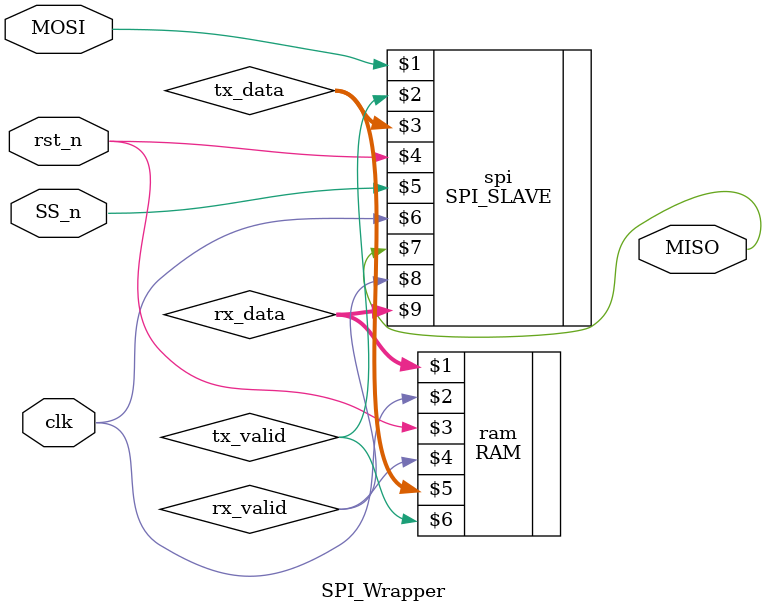
<source format=v>


module SPI_Wrapper(MISO,MOSI,SS_n,clk,rst_n);

parameter MEM_DEPTH = 256;
parameter ADDR_SIZE = 8;

input MOSI,SS_n,clk,rst_n;
output MISO;
wire[9:0] rx_data;
wire[7:0] tx_data;
wire tx_valid,rx_valid;

RAM #(MEM_DEPTH,ADDR_SIZE) ram(rx_data,clk,rst_n,rx_valid,tx_data,tx_valid);
SPI_SLAVE spi(MOSI,tx_valid,tx_data,rst_n,SS_n,clk,MISO,rx_valid,rx_data);

endmodule
</source>
